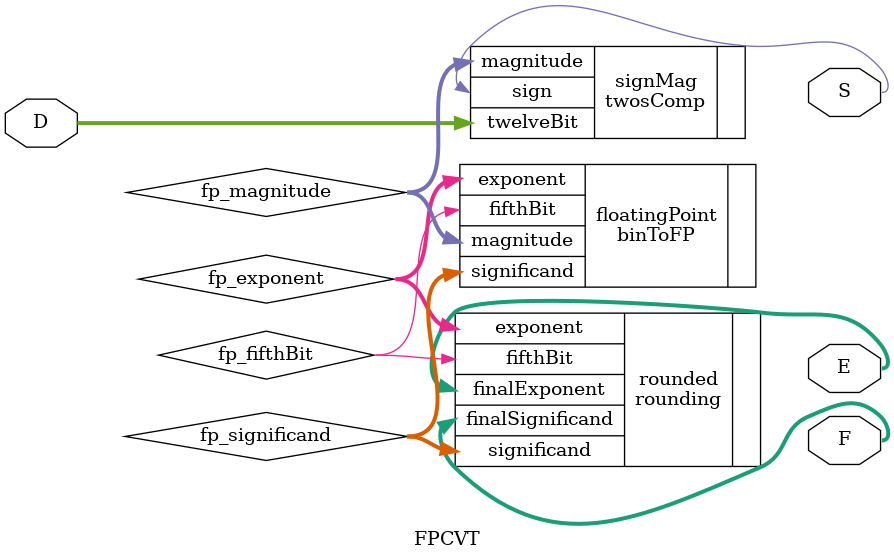
<source format=v>
`timescale 1ns / 1ps

module FPCVT(input [11:0] D, 
             output wire S, 
             output wire [2:0] E,
             output wire [3:0] F
);   

wire [2:0] fp_exponent;
wire [3:0] fp_significand;
wire [10:0] fp_magnitude;
wire fp_fifthBit;

twosComp signMag(.twelveBit(D), .sign(S), .magnitude(fp_magnitude));
binToFP floatingPoint(.magnitude(fp_magnitude), .exponent(fp_exponent), .significand(fp_significand), .fifthBit(fp_fifthBit));
rounding rounded(.exponent(fp_exponent), .significand(fp_significand), .fifthBit(fp_fifthBit), .finalExponent(E), .finalSignificand(F));
                    
endmodule

</source>
